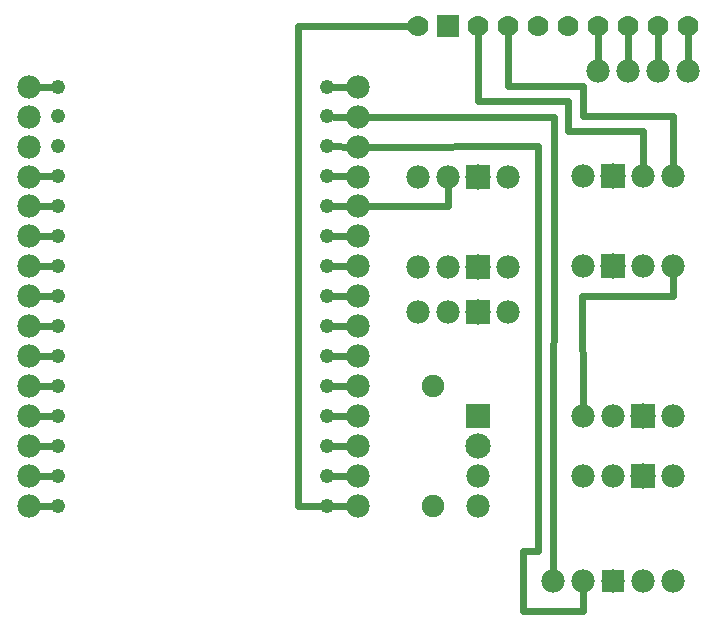
<source format=gtl>
G04 MADE WITH FRITZING*
G04 WWW.FRITZING.ORG*
G04 DOUBLE SIDED*
G04 HOLES PLATED*
G04 CONTOUR ON CENTER OF CONTOUR VECTOR*
%ASAXBY*%
%FSLAX23Y23*%
%MOIN*%
%OFA0B0*%
%SFA1.0B1.0*%
%ADD10C,0.047859*%
%ADD11C,0.070000*%
%ADD12C,0.078000*%
%ADD13C,0.077770*%
%ADD14C,0.075000*%
%ADD15C,0.084141*%
%ADD16R,0.075556X0.075556*%
%ADD17R,0.084375X0.084375*%
%ADD18R,0.083333X0.083333*%
%ADD19R,0.078000X0.078000*%
%ADD20C,0.024000*%
%LNCOPPER1*%
G90*
G70*
G54D10*
X1203Y1695D03*
X306Y1894D03*
X306Y1795D03*
X306Y1695D03*
X306Y1595D03*
X306Y1495D03*
X1203Y1795D03*
X1203Y1894D03*
X1203Y1595D03*
X306Y1395D03*
X306Y1295D03*
X306Y1195D03*
X306Y1096D03*
X306Y996D03*
X306Y896D03*
X306Y796D03*
X306Y696D03*
X306Y596D03*
X306Y497D03*
X1203Y1195D03*
X1203Y1096D03*
X1203Y996D03*
X1203Y896D03*
X1203Y796D03*
X1203Y696D03*
X1203Y596D03*
X1203Y497D03*
X1203Y1495D03*
X1203Y1395D03*
X1203Y1295D03*
G54D11*
X2406Y2095D03*
X2306Y2095D03*
X2206Y2095D03*
X2106Y2095D03*
X2006Y2095D03*
X1906Y2095D03*
X1806Y2095D03*
X1706Y2095D03*
X1606Y2095D03*
X1506Y2095D03*
G54D12*
X2406Y1945D03*
X2306Y1945D03*
X2206Y1945D03*
X2106Y1945D03*
G54D13*
X1307Y1694D03*
X209Y1894D03*
X209Y1794D03*
X209Y1694D03*
X209Y1594D03*
X209Y1495D03*
X1307Y1794D03*
X1307Y1894D03*
X1307Y1594D03*
X209Y1395D03*
X209Y1295D03*
X209Y1195D03*
X209Y1095D03*
X209Y995D03*
X209Y896D03*
X209Y796D03*
X209Y696D03*
X209Y596D03*
X209Y496D03*
X1307Y1195D03*
X1307Y1095D03*
X1307Y995D03*
X1307Y896D03*
X1307Y796D03*
X1307Y696D03*
X1307Y596D03*
X1307Y496D03*
X1307Y1495D03*
X1307Y1395D03*
X1307Y1295D03*
G54D14*
X1556Y895D03*
X1556Y495D03*
G54D12*
X2056Y1295D03*
G54D15*
X2156Y1295D03*
G54D12*
X2256Y1295D03*
X2356Y1295D03*
X2056Y1595D03*
G54D15*
X2156Y1595D03*
G54D12*
X2256Y1595D03*
X2356Y1595D03*
X2356Y795D03*
G54D15*
X2256Y795D03*
G54D12*
X2156Y795D03*
X2056Y795D03*
X1806Y1294D03*
G54D15*
X1706Y1294D03*
G54D12*
X1606Y1294D03*
X1506Y1294D03*
X1807Y1143D03*
G54D15*
X1707Y1143D03*
G54D12*
X1607Y1143D03*
X1507Y1143D03*
X1806Y1594D03*
G54D15*
X1706Y1594D03*
G54D12*
X1606Y1594D03*
X1506Y1594D03*
X2356Y595D03*
G54D15*
X2256Y595D03*
G54D12*
X2156Y595D03*
X2056Y595D03*
X1706Y795D03*
G54D15*
X1706Y695D03*
G54D12*
X1706Y595D03*
X1706Y495D03*
X2356Y245D03*
X2256Y245D03*
X2156Y245D03*
X2056Y245D03*
X1956Y245D03*
G54D16*
X1606Y2095D03*
G54D17*
X2156Y1295D03*
X2156Y1595D03*
X2255Y795D03*
X1706Y1294D03*
X1706Y1143D03*
X1706Y1594D03*
X2255Y595D03*
G54D18*
X1706Y795D03*
G54D19*
X2156Y245D03*
G54D20*
X1277Y1395D02*
X1225Y1395D01*
D02*
X1277Y1495D02*
X1225Y1495D01*
D02*
X1277Y1595D02*
X1225Y1595D01*
D02*
X1277Y1694D02*
X1225Y1695D01*
D02*
X1277Y1794D02*
X1225Y1794D01*
D02*
X1277Y496D02*
X1225Y496D01*
D02*
X1277Y596D02*
X1225Y596D01*
D02*
X239Y1595D02*
X283Y1595D01*
D02*
X239Y1894D02*
X283Y1894D01*
D02*
X1277Y696D02*
X1225Y696D01*
D02*
X1277Y796D02*
X1225Y796D01*
D02*
X1277Y896D02*
X1225Y896D01*
D02*
X1277Y995D02*
X1225Y996D01*
D02*
X1277Y1095D02*
X1225Y1096D01*
D02*
X1277Y1195D02*
X1225Y1195D01*
D02*
X1277Y1295D02*
X1225Y1295D01*
D02*
X239Y596D02*
X283Y596D01*
D02*
X239Y696D02*
X283Y696D01*
D02*
X239Y796D02*
X283Y796D01*
D02*
X239Y896D02*
X283Y896D01*
D02*
X239Y996D02*
X283Y996D01*
D02*
X239Y1095D02*
X283Y1096D01*
D02*
X239Y1195D02*
X283Y1195D01*
D02*
X239Y1295D02*
X283Y1295D01*
D02*
X239Y1395D02*
X283Y1395D01*
D02*
X239Y1495D02*
X283Y1495D01*
D02*
X1277Y1894D02*
X1225Y1894D01*
D02*
X239Y496D02*
X283Y496D01*
D02*
X2206Y1975D02*
X2206Y2064D01*
D02*
X2106Y1975D02*
X2106Y2064D01*
D02*
X1806Y1895D02*
X1806Y2064D01*
D02*
X2056Y1895D02*
X1806Y1895D01*
D02*
X2056Y1795D02*
X2056Y1895D01*
D02*
X2356Y1795D02*
X2056Y1795D01*
D02*
X2356Y1625D02*
X2356Y1795D01*
D02*
X1706Y1845D02*
X1706Y2064D01*
D02*
X2006Y1845D02*
X1706Y1845D01*
D02*
X2006Y1745D02*
X2006Y1845D01*
D02*
X2256Y1745D02*
X2006Y1745D01*
D02*
X2256Y1625D02*
X2256Y1745D01*
D02*
X1106Y496D02*
X1277Y496D01*
D02*
X1106Y2095D02*
X1106Y496D01*
D02*
X1475Y2095D02*
X1106Y2095D01*
D02*
X1606Y1495D02*
X1337Y1495D01*
D02*
X1606Y1564D02*
X1606Y1495D01*
D02*
X2406Y1975D02*
X2406Y2064D01*
D02*
X2306Y1975D02*
X2306Y2064D01*
D02*
X1856Y345D02*
X1857Y145D01*
D02*
X1905Y345D02*
X1856Y345D01*
D02*
X1337Y1694D02*
X1905Y1696D01*
D02*
X1905Y1696D02*
X1905Y345D01*
D02*
X1337Y1794D02*
X1959Y1794D01*
D02*
X1959Y1794D02*
X1956Y275D01*
D02*
X1857Y145D02*
X2057Y145D01*
D02*
X2057Y145D02*
X2056Y215D01*
D02*
X2054Y1195D02*
X2356Y1195D01*
D02*
X2356Y1195D02*
X2356Y1265D01*
D02*
X2056Y825D02*
X2054Y1195D01*
G04 End of Copper1*
M02*
</source>
